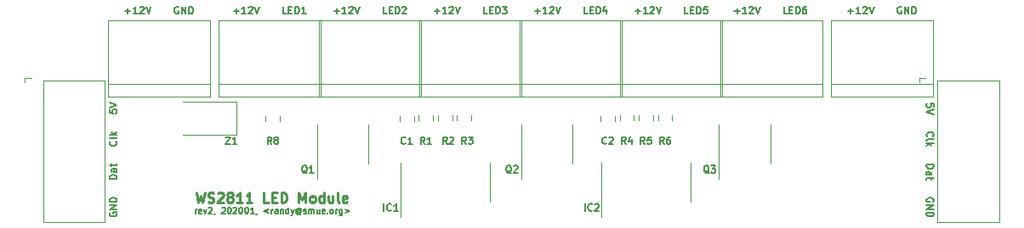
<source format=gbr>
G04 #@! TF.GenerationSoftware,KiCad,Pcbnew,(5.0.1-3-g963ef8bb5)*
G04 #@! TF.CreationDate,2020-01-09T21:08:13+01:00*
G04 #@! TF.ProjectId,WS2801_ledmodule_rev2,5753323830315F6C65646D6F64756C65,rev?*
G04 #@! TF.SameCoordinates,Original*
G04 #@! TF.FileFunction,Legend,Top*
G04 #@! TF.FilePolarity,Positive*
%FSLAX46Y46*%
G04 Gerber Fmt 4.6, Leading zero omitted, Abs format (unit mm)*
G04 Created by KiCad (PCBNEW (5.0.1-3-g963ef8bb5)) date Thursday, 09 January 2020 at 21:08:13*
%MOMM*%
%LPD*%
G01*
G04 APERTURE LIST*
%ADD10C,0.150000*%
%ADD11C,0.250000*%
%ADD12C,0.120000*%
G04 APERTURE END LIST*
D10*
X182167857Y-56468928D02*
X182167857Y-56068928D01*
X182167857Y-56183214D02*
X182196428Y-56126071D01*
X182225000Y-56097500D01*
X182282142Y-56068928D01*
X182339285Y-56068928D01*
X182767857Y-56440357D02*
X182710714Y-56468928D01*
X182596428Y-56468928D01*
X182539285Y-56440357D01*
X182510714Y-56383214D01*
X182510714Y-56154642D01*
X182539285Y-56097500D01*
X182596428Y-56068928D01*
X182710714Y-56068928D01*
X182767857Y-56097500D01*
X182796428Y-56154642D01*
X182796428Y-56211785D01*
X182510714Y-56268928D01*
X182996428Y-56068928D02*
X183139285Y-56468928D01*
X183282142Y-56068928D01*
X183482142Y-55926071D02*
X183510714Y-55897500D01*
X183567857Y-55868928D01*
X183710714Y-55868928D01*
X183767857Y-55897500D01*
X183796428Y-55926071D01*
X183825000Y-55983214D01*
X183825000Y-56040357D01*
X183796428Y-56126071D01*
X183453571Y-56468928D01*
X183825000Y-56468928D01*
X184110714Y-56440357D02*
X184110714Y-56468928D01*
X184082142Y-56526071D01*
X184053571Y-56554642D01*
X184796428Y-55926071D02*
X184825000Y-55897500D01*
X184882142Y-55868928D01*
X185025000Y-55868928D01*
X185082142Y-55897500D01*
X185110714Y-55926071D01*
X185139285Y-55983214D01*
X185139285Y-56040357D01*
X185110714Y-56126071D01*
X184767857Y-56468928D01*
X185139285Y-56468928D01*
X185510714Y-55868928D02*
X185567857Y-55868928D01*
X185625000Y-55897500D01*
X185653571Y-55926071D01*
X185682142Y-55983214D01*
X185710714Y-56097500D01*
X185710714Y-56240357D01*
X185682142Y-56354642D01*
X185653571Y-56411785D01*
X185625000Y-56440357D01*
X185567857Y-56468928D01*
X185510714Y-56468928D01*
X185453571Y-56440357D01*
X185425000Y-56411785D01*
X185396428Y-56354642D01*
X185367857Y-56240357D01*
X185367857Y-56097500D01*
X185396428Y-55983214D01*
X185425000Y-55926071D01*
X185453571Y-55897500D01*
X185510714Y-55868928D01*
X185939285Y-55926071D02*
X185967857Y-55897500D01*
X186025000Y-55868928D01*
X186167857Y-55868928D01*
X186225000Y-55897500D01*
X186253571Y-55926071D01*
X186282142Y-55983214D01*
X186282142Y-56040357D01*
X186253571Y-56126071D01*
X185910714Y-56468928D01*
X186282142Y-56468928D01*
X186653571Y-55868928D02*
X186710714Y-55868928D01*
X186767857Y-55897500D01*
X186796428Y-55926071D01*
X186825000Y-55983214D01*
X186853571Y-56097500D01*
X186853571Y-56240357D01*
X186825000Y-56354642D01*
X186796428Y-56411785D01*
X186767857Y-56440357D01*
X186710714Y-56468928D01*
X186653571Y-56468928D01*
X186596428Y-56440357D01*
X186567857Y-56411785D01*
X186539285Y-56354642D01*
X186510714Y-56240357D01*
X186510714Y-56097500D01*
X186539285Y-55983214D01*
X186567857Y-55926071D01*
X186596428Y-55897500D01*
X186653571Y-55868928D01*
X187225000Y-55868928D02*
X187282142Y-55868928D01*
X187339285Y-55897500D01*
X187367857Y-55926071D01*
X187396428Y-55983214D01*
X187425000Y-56097500D01*
X187425000Y-56240357D01*
X187396428Y-56354642D01*
X187367857Y-56411785D01*
X187339285Y-56440357D01*
X187282142Y-56468928D01*
X187225000Y-56468928D01*
X187167857Y-56440357D01*
X187139285Y-56411785D01*
X187110714Y-56354642D01*
X187082142Y-56240357D01*
X187082142Y-56097500D01*
X187110714Y-55983214D01*
X187139285Y-55926071D01*
X187167857Y-55897500D01*
X187225000Y-55868928D01*
X187996428Y-56468928D02*
X187653571Y-56468928D01*
X187825000Y-56468928D02*
X187825000Y-55868928D01*
X187767857Y-55954642D01*
X187710714Y-56011785D01*
X187653571Y-56040357D01*
X188282142Y-56440357D02*
X188282142Y-56468928D01*
X188253571Y-56526071D01*
X188225000Y-56554642D01*
X189453571Y-56068928D02*
X188996428Y-56240357D01*
X189453571Y-56411785D01*
X189739285Y-56468928D02*
X189739285Y-56068928D01*
X189739285Y-56183214D02*
X189767857Y-56126071D01*
X189796428Y-56097500D01*
X189853571Y-56068928D01*
X189910714Y-56068928D01*
X190367857Y-56468928D02*
X190367857Y-56154642D01*
X190339285Y-56097500D01*
X190282142Y-56068928D01*
X190167857Y-56068928D01*
X190110714Y-56097500D01*
X190367857Y-56440357D02*
X190310714Y-56468928D01*
X190167857Y-56468928D01*
X190110714Y-56440357D01*
X190082142Y-56383214D01*
X190082142Y-56326071D01*
X190110714Y-56268928D01*
X190167857Y-56240357D01*
X190310714Y-56240357D01*
X190367857Y-56211785D01*
X190653571Y-56068928D02*
X190653571Y-56468928D01*
X190653571Y-56126071D02*
X190682142Y-56097500D01*
X190739285Y-56068928D01*
X190825000Y-56068928D01*
X190882142Y-56097500D01*
X190910714Y-56154642D01*
X190910714Y-56468928D01*
X191453571Y-56468928D02*
X191453571Y-55868928D01*
X191453571Y-56440357D02*
X191396428Y-56468928D01*
X191282142Y-56468928D01*
X191225000Y-56440357D01*
X191196428Y-56411785D01*
X191167857Y-56354642D01*
X191167857Y-56183214D01*
X191196428Y-56126071D01*
X191225000Y-56097500D01*
X191282142Y-56068928D01*
X191396428Y-56068928D01*
X191453571Y-56097500D01*
X191682142Y-56068928D02*
X191825000Y-56468928D01*
X191967857Y-56068928D02*
X191825000Y-56468928D01*
X191767857Y-56611785D01*
X191739285Y-56640357D01*
X191682142Y-56668928D01*
X192567857Y-56183214D02*
X192539285Y-56154642D01*
X192482142Y-56126071D01*
X192425000Y-56126071D01*
X192367857Y-56154642D01*
X192339285Y-56183214D01*
X192310714Y-56240357D01*
X192310714Y-56297500D01*
X192339285Y-56354642D01*
X192367857Y-56383214D01*
X192425000Y-56411785D01*
X192482142Y-56411785D01*
X192539285Y-56383214D01*
X192567857Y-56354642D01*
X192567857Y-56126071D02*
X192567857Y-56354642D01*
X192596428Y-56383214D01*
X192625000Y-56383214D01*
X192682142Y-56354642D01*
X192710714Y-56297500D01*
X192710714Y-56154642D01*
X192653571Y-56068928D01*
X192567857Y-56011785D01*
X192453571Y-55983214D01*
X192339285Y-56011785D01*
X192253571Y-56068928D01*
X192196428Y-56154642D01*
X192167857Y-56268928D01*
X192196428Y-56383214D01*
X192253571Y-56468928D01*
X192339285Y-56526071D01*
X192453571Y-56554642D01*
X192567857Y-56526071D01*
X192653571Y-56468928D01*
X192939285Y-56440357D02*
X192996428Y-56468928D01*
X193110714Y-56468928D01*
X193167857Y-56440357D01*
X193196428Y-56383214D01*
X193196428Y-56354642D01*
X193167857Y-56297500D01*
X193110714Y-56268928D01*
X193025000Y-56268928D01*
X192967857Y-56240357D01*
X192939285Y-56183214D01*
X192939285Y-56154642D01*
X192967857Y-56097500D01*
X193025000Y-56068928D01*
X193110714Y-56068928D01*
X193167857Y-56097500D01*
X193453571Y-56468928D02*
X193453571Y-56068928D01*
X193453571Y-56126071D02*
X193482142Y-56097500D01*
X193539285Y-56068928D01*
X193625000Y-56068928D01*
X193682142Y-56097500D01*
X193710714Y-56154642D01*
X193710714Y-56468928D01*
X193710714Y-56154642D02*
X193739285Y-56097500D01*
X193796428Y-56068928D01*
X193882142Y-56068928D01*
X193939285Y-56097500D01*
X193967857Y-56154642D01*
X193967857Y-56468928D01*
X194510714Y-56068928D02*
X194510714Y-56468928D01*
X194253571Y-56068928D02*
X194253571Y-56383214D01*
X194282142Y-56440357D01*
X194339285Y-56468928D01*
X194425000Y-56468928D01*
X194482142Y-56440357D01*
X194510714Y-56411785D01*
X195025000Y-56440357D02*
X194967857Y-56468928D01*
X194853571Y-56468928D01*
X194796428Y-56440357D01*
X194767857Y-56383214D01*
X194767857Y-56154642D01*
X194796428Y-56097500D01*
X194853571Y-56068928D01*
X194967857Y-56068928D01*
X195025000Y-56097500D01*
X195053571Y-56154642D01*
X195053571Y-56211785D01*
X194767857Y-56268928D01*
X195310714Y-56411785D02*
X195339285Y-56440357D01*
X195310714Y-56468928D01*
X195282142Y-56440357D01*
X195310714Y-56411785D01*
X195310714Y-56468928D01*
X195682142Y-56468928D02*
X195625000Y-56440357D01*
X195596428Y-56411785D01*
X195567857Y-56354642D01*
X195567857Y-56183214D01*
X195596428Y-56126071D01*
X195625000Y-56097500D01*
X195682142Y-56068928D01*
X195767857Y-56068928D01*
X195825000Y-56097500D01*
X195853571Y-56126071D01*
X195882142Y-56183214D01*
X195882142Y-56354642D01*
X195853571Y-56411785D01*
X195825000Y-56440357D01*
X195767857Y-56468928D01*
X195682142Y-56468928D01*
X196139285Y-56468928D02*
X196139285Y-56068928D01*
X196139285Y-56183214D02*
X196167857Y-56126071D01*
X196196428Y-56097500D01*
X196253571Y-56068928D01*
X196310714Y-56068928D01*
X196767857Y-56068928D02*
X196767857Y-56554642D01*
X196739285Y-56611785D01*
X196710714Y-56640357D01*
X196653571Y-56668928D01*
X196567857Y-56668928D01*
X196510714Y-56640357D01*
X196767857Y-56440357D02*
X196710714Y-56468928D01*
X196596428Y-56468928D01*
X196539285Y-56440357D01*
X196510714Y-56411785D01*
X196482142Y-56354642D01*
X196482142Y-56183214D01*
X196510714Y-56126071D01*
X196539285Y-56097500D01*
X196596428Y-56068928D01*
X196710714Y-56068928D01*
X196767857Y-56097500D01*
X197053571Y-56068928D02*
X197510714Y-56240357D01*
X197053571Y-56411785D01*
D11*
X182232857Y-54379880D02*
X182470952Y-55379880D01*
X182661428Y-54665595D01*
X182851904Y-55379880D01*
X183090000Y-54379880D01*
X183423333Y-55332261D02*
X183566190Y-55379880D01*
X183804285Y-55379880D01*
X183899523Y-55332261D01*
X183947142Y-55284642D01*
X183994761Y-55189404D01*
X183994761Y-55094166D01*
X183947142Y-54998928D01*
X183899523Y-54951309D01*
X183804285Y-54903690D01*
X183613809Y-54856071D01*
X183518571Y-54808452D01*
X183470952Y-54760833D01*
X183423333Y-54665595D01*
X183423333Y-54570357D01*
X183470952Y-54475119D01*
X183518571Y-54427500D01*
X183613809Y-54379880D01*
X183851904Y-54379880D01*
X183994761Y-54427500D01*
X184375714Y-54475119D02*
X184423333Y-54427500D01*
X184518571Y-54379880D01*
X184756666Y-54379880D01*
X184851904Y-54427500D01*
X184899523Y-54475119D01*
X184947142Y-54570357D01*
X184947142Y-54665595D01*
X184899523Y-54808452D01*
X184328095Y-55379880D01*
X184947142Y-55379880D01*
X185518571Y-54808452D02*
X185423333Y-54760833D01*
X185375714Y-54713214D01*
X185328095Y-54617976D01*
X185328095Y-54570357D01*
X185375714Y-54475119D01*
X185423333Y-54427500D01*
X185518571Y-54379880D01*
X185709047Y-54379880D01*
X185804285Y-54427500D01*
X185851904Y-54475119D01*
X185899523Y-54570357D01*
X185899523Y-54617976D01*
X185851904Y-54713214D01*
X185804285Y-54760833D01*
X185709047Y-54808452D01*
X185518571Y-54808452D01*
X185423333Y-54856071D01*
X185375714Y-54903690D01*
X185328095Y-54998928D01*
X185328095Y-55189404D01*
X185375714Y-55284642D01*
X185423333Y-55332261D01*
X185518571Y-55379880D01*
X185709047Y-55379880D01*
X185804285Y-55332261D01*
X185851904Y-55284642D01*
X185899523Y-55189404D01*
X185899523Y-54998928D01*
X185851904Y-54903690D01*
X185804285Y-54856071D01*
X185709047Y-54808452D01*
X186851904Y-55379880D02*
X186280476Y-55379880D01*
X186566190Y-55379880D02*
X186566190Y-54379880D01*
X186470952Y-54522738D01*
X186375714Y-54617976D01*
X186280476Y-54665595D01*
X187804285Y-55379880D02*
X187232857Y-55379880D01*
X187518571Y-55379880D02*
X187518571Y-54379880D01*
X187423333Y-54522738D01*
X187328095Y-54617976D01*
X187232857Y-54665595D01*
X189470952Y-55379880D02*
X188994761Y-55379880D01*
X188994761Y-54379880D01*
X189804285Y-54856071D02*
X190137619Y-54856071D01*
X190280476Y-55379880D02*
X189804285Y-55379880D01*
X189804285Y-54379880D01*
X190280476Y-54379880D01*
X190709047Y-55379880D02*
X190709047Y-54379880D01*
X190947142Y-54379880D01*
X191090000Y-54427500D01*
X191185238Y-54522738D01*
X191232857Y-54617976D01*
X191280476Y-54808452D01*
X191280476Y-54951309D01*
X191232857Y-55141785D01*
X191185238Y-55237023D01*
X191090000Y-55332261D01*
X190947142Y-55379880D01*
X190709047Y-55379880D01*
X192470952Y-55379880D02*
X192470952Y-54379880D01*
X192804285Y-55094166D01*
X193137619Y-54379880D01*
X193137619Y-55379880D01*
X193756666Y-55379880D02*
X193661428Y-55332261D01*
X193613809Y-55284642D01*
X193566190Y-55189404D01*
X193566190Y-54903690D01*
X193613809Y-54808452D01*
X193661428Y-54760833D01*
X193756666Y-54713214D01*
X193899523Y-54713214D01*
X193994761Y-54760833D01*
X194042380Y-54808452D01*
X194090000Y-54903690D01*
X194090000Y-55189404D01*
X194042380Y-55284642D01*
X193994761Y-55332261D01*
X193899523Y-55379880D01*
X193756666Y-55379880D01*
X194947142Y-55379880D02*
X194947142Y-54379880D01*
X194947142Y-55332261D02*
X194851904Y-55379880D01*
X194661428Y-55379880D01*
X194566190Y-55332261D01*
X194518571Y-55284642D01*
X194470952Y-55189404D01*
X194470952Y-54903690D01*
X194518571Y-54808452D01*
X194566190Y-54760833D01*
X194661428Y-54713214D01*
X194851904Y-54713214D01*
X194947142Y-54760833D01*
X195851904Y-54713214D02*
X195851904Y-55379880D01*
X195423333Y-54713214D02*
X195423333Y-55237023D01*
X195470952Y-55332261D01*
X195566190Y-55379880D01*
X195709047Y-55379880D01*
X195804285Y-55332261D01*
X195851904Y-55284642D01*
X196470952Y-55379880D02*
X196375714Y-55332261D01*
X196328095Y-55237023D01*
X196328095Y-54379880D01*
X197232857Y-55332261D02*
X197137619Y-55379880D01*
X196947142Y-55379880D01*
X196851904Y-55332261D01*
X196804285Y-55237023D01*
X196804285Y-54856071D01*
X196851904Y-54760833D01*
X196947142Y-54713214D01*
X197137619Y-54713214D01*
X197232857Y-54760833D01*
X197280476Y-54856071D01*
X197280476Y-54951309D01*
X196804285Y-55046547D01*
D12*
G04 #@! TO.C,GND   Dat   Clk   5V*
X165200000Y-42950000D02*
X165200000Y-43350000D01*
X165840000Y-42950000D02*
X165200000Y-42950000D01*
X173160000Y-57310000D02*
X167002800Y-57319000D01*
X173149600Y-43196600D02*
X167000000Y-43190000D01*
X173160000Y-43190000D02*
X173160000Y-57310000D01*
X167000000Y-43190000D02*
X167000000Y-57310000D01*
G04 #@! TO.C,5V   Clk   Dat   GND*
X254200000Y-42950000D02*
X254200000Y-43350000D01*
X254840000Y-42950000D02*
X254200000Y-42950000D01*
X262160000Y-57310000D02*
X256002800Y-57319000D01*
X262149600Y-43196600D02*
X256000000Y-43190000D01*
X262160000Y-43190000D02*
X262160000Y-57310000D01*
X256000000Y-43190000D02*
X256000000Y-57310000D01*
G04 #@! TO.C,Q1*
X199410000Y-49530000D02*
X199410000Y-47580000D01*
X199410000Y-49530000D02*
X199410000Y-51480000D01*
X194290000Y-49530000D02*
X194290000Y-47580000D01*
X194290000Y-49530000D02*
X194290000Y-52980000D01*
G04 #@! TO.C,IC1*
X211445000Y-53340000D02*
X211445000Y-51390000D01*
X211445000Y-53340000D02*
X211445000Y-55290000D01*
X202575000Y-53340000D02*
X202575000Y-51390000D01*
X202575000Y-53340000D02*
X202575000Y-56790000D01*
G04 #@! TO.C,Q3*
X239415000Y-49530000D02*
X239415000Y-47580000D01*
X239415000Y-49530000D02*
X239415000Y-51480000D01*
X234295000Y-49530000D02*
X234295000Y-47580000D01*
X234295000Y-49530000D02*
X234295000Y-52980000D01*
G04 #@! TO.C,IC2*
X222577500Y-53340000D02*
X222577500Y-56790000D01*
X222577500Y-53340000D02*
X222577500Y-51390000D01*
X231447500Y-53340000D02*
X231447500Y-55290000D01*
X231447500Y-53340000D02*
X231447500Y-51390000D01*
G04 #@! TO.C,C1*
X202490000Y-47251252D02*
X202490000Y-46728748D01*
X203910000Y-47251252D02*
X203910000Y-46728748D01*
G04 #@! TO.C,Z1*
X186280000Y-48640000D02*
X186280000Y-45340000D01*
X186280000Y-45340000D02*
X180880000Y-45340000D01*
X186280000Y-48640000D02*
X180880000Y-48640000D01*
G04 #@! TO.C,+12V    LED3*
X204460000Y-44810000D02*
X214620000Y-44810000D01*
X204460000Y-37190000D02*
X204460000Y-44810000D01*
X214620000Y-37190000D02*
X204460000Y-37190000D01*
X214620000Y-44810000D02*
X214620000Y-37190000D01*
X214620000Y-43540000D02*
X204460000Y-43540000D01*
G04 #@! TO.C,+12V    LED2*
X204620000Y-43540000D02*
X194460000Y-43540000D01*
X204620000Y-44810000D02*
X204620000Y-37190000D01*
X204620000Y-37190000D02*
X194460000Y-37190000D01*
X194460000Y-37190000D02*
X194460000Y-44810000D01*
X194460000Y-44810000D02*
X204620000Y-44810000D01*
G04 #@! TO.C,R4*
X224397500Y-47178752D02*
X224397500Y-46656248D01*
X225817500Y-47178752D02*
X225817500Y-46656248D01*
G04 #@! TO.C,R5*
X227722500Y-47178752D02*
X227722500Y-46656248D01*
X226302500Y-47178752D02*
X226302500Y-46656248D01*
G04 #@! TO.C,R6*
X228207500Y-47178752D02*
X228207500Y-46656248D01*
X229627500Y-47178752D02*
X229627500Y-46656248D01*
G04 #@! TO.C,R3*
X209625000Y-47178752D02*
X209625000Y-46656248D01*
X208205000Y-47178752D02*
X208205000Y-46656248D01*
G04 #@! TO.C,R1*
X205815000Y-47178752D02*
X205815000Y-46656248D01*
X204395000Y-47178752D02*
X204395000Y-46656248D01*
G04 #@! TO.C,R2*
X206300000Y-47178752D02*
X206300000Y-46656248D01*
X207720000Y-47178752D02*
X207720000Y-46656248D01*
G04 #@! TO.C,C2*
X223912500Y-47251252D02*
X223912500Y-46728748D01*
X222492500Y-47251252D02*
X222492500Y-46728748D01*
G04 #@! TO.C,+12V    GND*
X183620000Y-43540000D02*
X173460000Y-43540000D01*
X183620000Y-44810000D02*
X183620000Y-37190000D01*
X183620000Y-37190000D02*
X173460000Y-37190000D01*
X173460000Y-37190000D02*
X173460000Y-44810000D01*
X173460000Y-44810000D02*
X183620000Y-44810000D01*
G04 #@! TO.C,+12V    LED1*
X184460000Y-44810000D02*
X194620000Y-44810000D01*
X184460000Y-37190000D02*
X184460000Y-44810000D01*
X194620000Y-37190000D02*
X184460000Y-37190000D01*
X194620000Y-44810000D02*
X194620000Y-37190000D01*
X194620000Y-43540000D02*
X184460000Y-43540000D01*
G04 #@! TO.C,+12V    LED4*
X224620000Y-43540000D02*
X214460000Y-43540000D01*
X224620000Y-44810000D02*
X224620000Y-37190000D01*
X224620000Y-37190000D02*
X214460000Y-37190000D01*
X214460000Y-37190000D02*
X214460000Y-44810000D01*
X214460000Y-44810000D02*
X224620000Y-44810000D01*
G04 #@! TO.C,+12V    LED5*
X224460000Y-44810000D02*
X234620000Y-44810000D01*
X224460000Y-37190000D02*
X224460000Y-44810000D01*
X234620000Y-37190000D02*
X224460000Y-37190000D01*
X234620000Y-44810000D02*
X234620000Y-37190000D01*
X234620000Y-43540000D02*
X224460000Y-43540000D01*
G04 #@! TO.C,+12V    LED6*
X244620000Y-43540000D02*
X234460000Y-43540000D01*
X244620000Y-44810000D02*
X244620000Y-37190000D01*
X244620000Y-37190000D02*
X234460000Y-37190000D01*
X234460000Y-37190000D02*
X234460000Y-44810000D01*
X234460000Y-44810000D02*
X244620000Y-44810000D01*
G04 #@! TO.C,+12V    GND*
X245460000Y-44810000D02*
X255620000Y-44810000D01*
X245460000Y-37190000D02*
X245460000Y-44810000D01*
X255620000Y-37190000D02*
X245460000Y-37190000D01*
X255620000Y-44810000D02*
X255620000Y-37190000D01*
X255620000Y-43540000D02*
X245460000Y-43540000D01*
G04 #@! TO.C,Q2*
X214610000Y-49530000D02*
X214610000Y-52980000D01*
X214610000Y-49530000D02*
X214610000Y-47580000D01*
X219730000Y-49530000D02*
X219730000Y-51480000D01*
X219730000Y-49530000D02*
X219730000Y-47580000D01*
G04 #@! TO.C,R8*
X189155000Y-47251252D02*
X189155000Y-46728748D01*
X190575000Y-47251252D02*
X190575000Y-46728748D01*
G04 #@! TO.C,GND   Dat   Clk   5V*
D10*
X173640000Y-56367500D02*
X173606666Y-56434166D01*
X173606666Y-56534166D01*
X173640000Y-56634166D01*
X173706666Y-56700833D01*
X173773333Y-56734166D01*
X173906666Y-56767500D01*
X174006666Y-56767500D01*
X174140000Y-56734166D01*
X174206666Y-56700833D01*
X174273333Y-56634166D01*
X174306666Y-56534166D01*
X174306666Y-56467500D01*
X174273333Y-56367500D01*
X174240000Y-56334166D01*
X174006666Y-56334166D01*
X174006666Y-56467500D01*
X174306666Y-56034166D02*
X173606666Y-56034166D01*
X174306666Y-55634166D01*
X173606666Y-55634166D01*
X174306666Y-55300833D02*
X173606666Y-55300833D01*
X173606666Y-55134166D01*
X173640000Y-55034166D01*
X173706666Y-54967500D01*
X173773333Y-54934166D01*
X173906666Y-54900833D01*
X174006666Y-54900833D01*
X174140000Y-54934166D01*
X174206666Y-54967500D01*
X174273333Y-55034166D01*
X174306666Y-55134166D01*
X174306666Y-55300833D01*
X174306666Y-53000833D02*
X173606666Y-53000833D01*
X173606666Y-52834166D01*
X173640000Y-52734166D01*
X173706666Y-52667500D01*
X173773333Y-52634166D01*
X173906666Y-52600833D01*
X174006666Y-52600833D01*
X174140000Y-52634166D01*
X174206666Y-52667500D01*
X174273333Y-52734166D01*
X174306666Y-52834166D01*
X174306666Y-53000833D01*
X174306666Y-52000833D02*
X173940000Y-52000833D01*
X173873333Y-52034166D01*
X173840000Y-52100833D01*
X173840000Y-52234166D01*
X173873333Y-52300833D01*
X174273333Y-52000833D02*
X174306666Y-52067500D01*
X174306666Y-52234166D01*
X174273333Y-52300833D01*
X174206666Y-52334166D01*
X174140000Y-52334166D01*
X174073333Y-52300833D01*
X174040000Y-52234166D01*
X174040000Y-52067500D01*
X174006666Y-52000833D01*
X173840000Y-51767500D02*
X173840000Y-51500833D01*
X173606666Y-51667500D02*
X174206666Y-51667500D01*
X174273333Y-51634166D01*
X174306666Y-51567500D01*
X174306666Y-51500833D01*
X174240000Y-49267500D02*
X174273333Y-49300833D01*
X174306666Y-49400833D01*
X174306666Y-49467500D01*
X174273333Y-49567500D01*
X174206666Y-49634166D01*
X174140000Y-49667500D01*
X174006666Y-49700833D01*
X173906666Y-49700833D01*
X173773333Y-49667500D01*
X173706666Y-49634166D01*
X173640000Y-49567500D01*
X173606666Y-49467500D01*
X173606666Y-49400833D01*
X173640000Y-49300833D01*
X173673333Y-49267500D01*
X174306666Y-48867500D02*
X174273333Y-48934166D01*
X174206666Y-48967500D01*
X173606666Y-48967500D01*
X174306666Y-48600833D02*
X173606666Y-48600833D01*
X174040000Y-48534166D02*
X174306666Y-48334166D01*
X173840000Y-48334166D02*
X174106666Y-48600833D01*
X173606666Y-46100833D02*
X173606666Y-46434166D01*
X173940000Y-46467500D01*
X173906666Y-46434166D01*
X173873333Y-46367500D01*
X173873333Y-46200833D01*
X173906666Y-46134166D01*
X173940000Y-46100833D01*
X174006666Y-46067500D01*
X174173333Y-46067500D01*
X174240000Y-46100833D01*
X174273333Y-46134166D01*
X174306666Y-46200833D01*
X174306666Y-46367500D01*
X174273333Y-46434166D01*
X174240000Y-46467500D01*
X173606666Y-45867500D02*
X174306666Y-45634166D01*
X173606666Y-45400833D01*
G04 #@! TO.C,5V   Clk   Dat   GND*
X255653333Y-45834166D02*
X255653333Y-45500833D01*
X255320000Y-45467500D01*
X255353333Y-45500833D01*
X255386666Y-45567500D01*
X255386666Y-45734166D01*
X255353333Y-45800833D01*
X255320000Y-45834166D01*
X255253333Y-45867500D01*
X255086666Y-45867500D01*
X255020000Y-45834166D01*
X254986666Y-45800833D01*
X254953333Y-45734166D01*
X254953333Y-45567500D01*
X254986666Y-45500833D01*
X255020000Y-45467500D01*
X255653333Y-46067500D02*
X254953333Y-46300833D01*
X255653333Y-46534166D01*
X255020000Y-48767500D02*
X254986666Y-48734166D01*
X254953333Y-48634166D01*
X254953333Y-48567500D01*
X254986666Y-48467500D01*
X255053333Y-48400833D01*
X255120000Y-48367500D01*
X255253333Y-48334166D01*
X255353333Y-48334166D01*
X255486666Y-48367500D01*
X255553333Y-48400833D01*
X255620000Y-48467500D01*
X255653333Y-48567500D01*
X255653333Y-48634166D01*
X255620000Y-48734166D01*
X255586666Y-48767500D01*
X254953333Y-49167500D02*
X254986666Y-49100833D01*
X255053333Y-49067500D01*
X255653333Y-49067500D01*
X254953333Y-49434166D02*
X255653333Y-49434166D01*
X255220000Y-49500833D02*
X254953333Y-49700833D01*
X255420000Y-49700833D02*
X255153333Y-49434166D01*
X254953333Y-51600833D02*
X255653333Y-51600833D01*
X255653333Y-51767500D01*
X255620000Y-51867500D01*
X255553333Y-51934166D01*
X255486666Y-51967500D01*
X255353333Y-52000833D01*
X255253333Y-52000833D01*
X255120000Y-51967500D01*
X255053333Y-51934166D01*
X254986666Y-51867500D01*
X254953333Y-51767500D01*
X254953333Y-51600833D01*
X254953333Y-52600833D02*
X255320000Y-52600833D01*
X255386666Y-52567500D01*
X255420000Y-52500833D01*
X255420000Y-52367500D01*
X255386666Y-52300833D01*
X254986666Y-52600833D02*
X254953333Y-52534166D01*
X254953333Y-52367500D01*
X254986666Y-52300833D01*
X255053333Y-52267500D01*
X255120000Y-52267500D01*
X255186666Y-52300833D01*
X255220000Y-52367500D01*
X255220000Y-52534166D01*
X255253333Y-52600833D01*
X255420000Y-52834166D02*
X255420000Y-53100833D01*
X255653333Y-52934166D02*
X255053333Y-52934166D01*
X254986666Y-52967500D01*
X254953333Y-53034166D01*
X254953333Y-53100833D01*
X255620000Y-55300833D02*
X255653333Y-55234166D01*
X255653333Y-55134166D01*
X255620000Y-55034166D01*
X255553333Y-54967500D01*
X255486666Y-54934166D01*
X255353333Y-54900833D01*
X255253333Y-54900833D01*
X255120000Y-54934166D01*
X255053333Y-54967500D01*
X254986666Y-55034166D01*
X254953333Y-55134166D01*
X254953333Y-55200833D01*
X254986666Y-55300833D01*
X255020000Y-55334166D01*
X255253333Y-55334166D01*
X255253333Y-55200833D01*
X254953333Y-55634166D02*
X255653333Y-55634166D01*
X254953333Y-56034166D01*
X255653333Y-56034166D01*
X254953333Y-56367500D02*
X255653333Y-56367500D01*
X255653333Y-56534166D01*
X255620000Y-56634166D01*
X255553333Y-56700833D01*
X255486666Y-56734166D01*
X255353333Y-56767500D01*
X255253333Y-56767500D01*
X255120000Y-56734166D01*
X255053333Y-56700833D01*
X254986666Y-56634166D01*
X254953333Y-56534166D01*
X254953333Y-56367500D01*
G04 #@! TO.C,Q1*
X193290833Y-52453333D02*
X193224166Y-52420000D01*
X193157500Y-52353333D01*
X193057500Y-52253333D01*
X192990833Y-52220000D01*
X192924166Y-52220000D01*
X192957500Y-52386666D02*
X192890833Y-52353333D01*
X192824166Y-52286666D01*
X192790833Y-52153333D01*
X192790833Y-51920000D01*
X192824166Y-51786666D01*
X192890833Y-51720000D01*
X192957500Y-51686666D01*
X193090833Y-51686666D01*
X193157500Y-51720000D01*
X193224166Y-51786666D01*
X193257500Y-51920000D01*
X193257500Y-52153333D01*
X193224166Y-52286666D01*
X193157500Y-52353333D01*
X193090833Y-52386666D01*
X192957500Y-52386666D01*
X193924166Y-52386666D02*
X193524166Y-52386666D01*
X193724166Y-52386666D02*
X193724166Y-51686666D01*
X193657500Y-51786666D01*
X193590833Y-51853333D01*
X193524166Y-51886666D01*
G04 #@! TO.C,IC1*
X200929166Y-56196666D02*
X200929166Y-55496666D01*
X201662500Y-56130000D02*
X201629166Y-56163333D01*
X201529166Y-56196666D01*
X201462500Y-56196666D01*
X201362500Y-56163333D01*
X201295833Y-56096666D01*
X201262500Y-56030000D01*
X201229166Y-55896666D01*
X201229166Y-55796666D01*
X201262500Y-55663333D01*
X201295833Y-55596666D01*
X201362500Y-55530000D01*
X201462500Y-55496666D01*
X201529166Y-55496666D01*
X201629166Y-55530000D01*
X201662500Y-55563333D01*
X202329166Y-56196666D02*
X201929166Y-56196666D01*
X202129166Y-56196666D02*
X202129166Y-55496666D01*
X202062500Y-55596666D01*
X201995833Y-55663333D01*
X201929166Y-55696666D01*
G04 #@! TO.C,Q3*
X233295833Y-52453333D02*
X233229166Y-52420000D01*
X233162500Y-52353333D01*
X233062500Y-52253333D01*
X232995833Y-52220000D01*
X232929166Y-52220000D01*
X232962500Y-52386666D02*
X232895833Y-52353333D01*
X232829166Y-52286666D01*
X232795833Y-52153333D01*
X232795833Y-51920000D01*
X232829166Y-51786666D01*
X232895833Y-51720000D01*
X232962500Y-51686666D01*
X233095833Y-51686666D01*
X233162500Y-51720000D01*
X233229166Y-51786666D01*
X233262500Y-51920000D01*
X233262500Y-52153333D01*
X233229166Y-52286666D01*
X233162500Y-52353333D01*
X233095833Y-52386666D01*
X232962500Y-52386666D01*
X233495833Y-51686666D02*
X233929166Y-51686666D01*
X233695833Y-51953333D01*
X233795833Y-51953333D01*
X233862500Y-51986666D01*
X233895833Y-52020000D01*
X233929166Y-52086666D01*
X233929166Y-52253333D01*
X233895833Y-52320000D01*
X233862500Y-52353333D01*
X233795833Y-52386666D01*
X233595833Y-52386666D01*
X233529166Y-52353333D01*
X233495833Y-52320000D01*
G04 #@! TO.C,IC2*
X220931666Y-56196666D02*
X220931666Y-55496666D01*
X221665000Y-56130000D02*
X221631666Y-56163333D01*
X221531666Y-56196666D01*
X221465000Y-56196666D01*
X221365000Y-56163333D01*
X221298333Y-56096666D01*
X221265000Y-56030000D01*
X221231666Y-55896666D01*
X221231666Y-55796666D01*
X221265000Y-55663333D01*
X221298333Y-55596666D01*
X221365000Y-55530000D01*
X221465000Y-55496666D01*
X221531666Y-55496666D01*
X221631666Y-55530000D01*
X221665000Y-55563333D01*
X221931666Y-55563333D02*
X221965000Y-55530000D01*
X222031666Y-55496666D01*
X222198333Y-55496666D01*
X222265000Y-55530000D01*
X222298333Y-55563333D01*
X222331666Y-55630000D01*
X222331666Y-55696666D01*
X222298333Y-55796666D01*
X221898333Y-56196666D01*
X222331666Y-56196666D01*
G04 #@! TO.C,C1*
X203083333Y-49462500D02*
X203050000Y-49495833D01*
X202950000Y-49529166D01*
X202883333Y-49529166D01*
X202783333Y-49495833D01*
X202716666Y-49429166D01*
X202683333Y-49362500D01*
X202650000Y-49229166D01*
X202650000Y-49129166D01*
X202683333Y-48995833D01*
X202716666Y-48929166D01*
X202783333Y-48862500D01*
X202883333Y-48829166D01*
X202950000Y-48829166D01*
X203050000Y-48862500D01*
X203083333Y-48895833D01*
X203750000Y-49529166D02*
X203350000Y-49529166D01*
X203550000Y-49529166D02*
X203550000Y-48829166D01*
X203483333Y-48929166D01*
X203416666Y-48995833D01*
X203350000Y-49029166D01*
G04 #@! TO.C,Z1*
X185170833Y-48829166D02*
X185637500Y-48829166D01*
X185170833Y-49529166D01*
X185637500Y-49529166D01*
X186270833Y-49529166D02*
X185870833Y-49529166D01*
X186070833Y-49529166D02*
X186070833Y-48829166D01*
X186004166Y-48929166D01*
X185937500Y-48995833D01*
X185870833Y-49029166D01*
G04 #@! TO.C,+12V    LED3*
X205956666Y-36245000D02*
X206490000Y-36245000D01*
X206223333Y-36511666D02*
X206223333Y-35978333D01*
X207190000Y-36511666D02*
X206790000Y-36511666D01*
X206990000Y-36511666D02*
X206990000Y-35811666D01*
X206923333Y-35911666D01*
X206856666Y-35978333D01*
X206790000Y-36011666D01*
X207456666Y-35878333D02*
X207490000Y-35845000D01*
X207556666Y-35811666D01*
X207723333Y-35811666D01*
X207790000Y-35845000D01*
X207823333Y-35878333D01*
X207856666Y-35945000D01*
X207856666Y-36011666D01*
X207823333Y-36111666D01*
X207423333Y-36511666D01*
X207856666Y-36511666D01*
X208056666Y-35811666D02*
X208290000Y-36511666D01*
X208523333Y-35811666D01*
X211223333Y-36511666D02*
X210890000Y-36511666D01*
X210890000Y-35811666D01*
X211456666Y-36145000D02*
X211690000Y-36145000D01*
X211790000Y-36511666D02*
X211456666Y-36511666D01*
X211456666Y-35811666D01*
X211790000Y-35811666D01*
X212090000Y-36511666D02*
X212090000Y-35811666D01*
X212256666Y-35811666D01*
X212356666Y-35845000D01*
X212423333Y-35911666D01*
X212456666Y-35978333D01*
X212490000Y-36111666D01*
X212490000Y-36211666D01*
X212456666Y-36345000D01*
X212423333Y-36411666D01*
X212356666Y-36478333D01*
X212256666Y-36511666D01*
X212090000Y-36511666D01*
X212723333Y-35811666D02*
X213156666Y-35811666D01*
X212923333Y-36078333D01*
X213023333Y-36078333D01*
X213090000Y-36111666D01*
X213123333Y-36145000D01*
X213156666Y-36211666D01*
X213156666Y-36378333D01*
X213123333Y-36445000D01*
X213090000Y-36478333D01*
X213023333Y-36511666D01*
X212823333Y-36511666D01*
X212756666Y-36478333D01*
X212723333Y-36445000D01*
G04 #@! TO.C,+12V    LED2*
X195956666Y-36245000D02*
X196490000Y-36245000D01*
X196223333Y-36511666D02*
X196223333Y-35978333D01*
X197190000Y-36511666D02*
X196790000Y-36511666D01*
X196990000Y-36511666D02*
X196990000Y-35811666D01*
X196923333Y-35911666D01*
X196856666Y-35978333D01*
X196790000Y-36011666D01*
X197456666Y-35878333D02*
X197490000Y-35845000D01*
X197556666Y-35811666D01*
X197723333Y-35811666D01*
X197790000Y-35845000D01*
X197823333Y-35878333D01*
X197856666Y-35945000D01*
X197856666Y-36011666D01*
X197823333Y-36111666D01*
X197423333Y-36511666D01*
X197856666Y-36511666D01*
X198056666Y-35811666D02*
X198290000Y-36511666D01*
X198523333Y-35811666D01*
X201223333Y-36511666D02*
X200890000Y-36511666D01*
X200890000Y-35811666D01*
X201456666Y-36145000D02*
X201690000Y-36145000D01*
X201790000Y-36511666D02*
X201456666Y-36511666D01*
X201456666Y-35811666D01*
X201790000Y-35811666D01*
X202090000Y-36511666D02*
X202090000Y-35811666D01*
X202256666Y-35811666D01*
X202356666Y-35845000D01*
X202423333Y-35911666D01*
X202456666Y-35978333D01*
X202490000Y-36111666D01*
X202490000Y-36211666D01*
X202456666Y-36345000D01*
X202423333Y-36411666D01*
X202356666Y-36478333D01*
X202256666Y-36511666D01*
X202090000Y-36511666D01*
X202756666Y-35878333D02*
X202790000Y-35845000D01*
X202856666Y-35811666D01*
X203023333Y-35811666D01*
X203090000Y-35845000D01*
X203123333Y-35878333D01*
X203156666Y-35945000D01*
X203156666Y-36011666D01*
X203123333Y-36111666D01*
X202723333Y-36511666D01*
X203156666Y-36511666D01*
G04 #@! TO.C,R4*
X224990833Y-49529166D02*
X224757500Y-49195833D01*
X224590833Y-49529166D02*
X224590833Y-48829166D01*
X224857500Y-48829166D01*
X224924166Y-48862500D01*
X224957500Y-48895833D01*
X224990833Y-48962500D01*
X224990833Y-49062500D01*
X224957500Y-49129166D01*
X224924166Y-49162500D01*
X224857500Y-49195833D01*
X224590833Y-49195833D01*
X225590833Y-49062500D02*
X225590833Y-49529166D01*
X225424166Y-48795833D02*
X225257500Y-49295833D01*
X225690833Y-49295833D01*
G04 #@! TO.C,R5*
X226895833Y-49529166D02*
X226662500Y-49195833D01*
X226495833Y-49529166D02*
X226495833Y-48829166D01*
X226762500Y-48829166D01*
X226829166Y-48862500D01*
X226862500Y-48895833D01*
X226895833Y-48962500D01*
X226895833Y-49062500D01*
X226862500Y-49129166D01*
X226829166Y-49162500D01*
X226762500Y-49195833D01*
X226495833Y-49195833D01*
X227529166Y-48829166D02*
X227195833Y-48829166D01*
X227162500Y-49162500D01*
X227195833Y-49129166D01*
X227262500Y-49095833D01*
X227429166Y-49095833D01*
X227495833Y-49129166D01*
X227529166Y-49162500D01*
X227562500Y-49229166D01*
X227562500Y-49395833D01*
X227529166Y-49462500D01*
X227495833Y-49495833D01*
X227429166Y-49529166D01*
X227262500Y-49529166D01*
X227195833Y-49495833D01*
X227162500Y-49462500D01*
G04 #@! TO.C,R6*
X228800833Y-49529166D02*
X228567500Y-49195833D01*
X228400833Y-49529166D02*
X228400833Y-48829166D01*
X228667500Y-48829166D01*
X228734166Y-48862500D01*
X228767500Y-48895833D01*
X228800833Y-48962500D01*
X228800833Y-49062500D01*
X228767500Y-49129166D01*
X228734166Y-49162500D01*
X228667500Y-49195833D01*
X228400833Y-49195833D01*
X229400833Y-48829166D02*
X229267500Y-48829166D01*
X229200833Y-48862500D01*
X229167500Y-48895833D01*
X229100833Y-48995833D01*
X229067500Y-49129166D01*
X229067500Y-49395833D01*
X229100833Y-49462500D01*
X229134166Y-49495833D01*
X229200833Y-49529166D01*
X229334166Y-49529166D01*
X229400833Y-49495833D01*
X229434166Y-49462500D01*
X229467500Y-49395833D01*
X229467500Y-49229166D01*
X229434166Y-49162500D01*
X229400833Y-49129166D01*
X229334166Y-49095833D01*
X229200833Y-49095833D01*
X229134166Y-49129166D01*
X229100833Y-49162500D01*
X229067500Y-49229166D01*
G04 #@! TO.C,R3*
X209115833Y-49529166D02*
X208882500Y-49195833D01*
X208715833Y-49529166D02*
X208715833Y-48829166D01*
X208982500Y-48829166D01*
X209049166Y-48862500D01*
X209082500Y-48895833D01*
X209115833Y-48962500D01*
X209115833Y-49062500D01*
X209082500Y-49129166D01*
X209049166Y-49162500D01*
X208982500Y-49195833D01*
X208715833Y-49195833D01*
X209349166Y-48829166D02*
X209782500Y-48829166D01*
X209549166Y-49095833D01*
X209649166Y-49095833D01*
X209715833Y-49129166D01*
X209749166Y-49162500D01*
X209782500Y-49229166D01*
X209782500Y-49395833D01*
X209749166Y-49462500D01*
X209715833Y-49495833D01*
X209649166Y-49529166D01*
X209449166Y-49529166D01*
X209382500Y-49495833D01*
X209349166Y-49462500D01*
G04 #@! TO.C,R1*
X204988333Y-49529166D02*
X204755000Y-49195833D01*
X204588333Y-49529166D02*
X204588333Y-48829166D01*
X204855000Y-48829166D01*
X204921666Y-48862500D01*
X204955000Y-48895833D01*
X204988333Y-48962500D01*
X204988333Y-49062500D01*
X204955000Y-49129166D01*
X204921666Y-49162500D01*
X204855000Y-49195833D01*
X204588333Y-49195833D01*
X205655000Y-49529166D02*
X205255000Y-49529166D01*
X205455000Y-49529166D02*
X205455000Y-48829166D01*
X205388333Y-48929166D01*
X205321666Y-48995833D01*
X205255000Y-49029166D01*
G04 #@! TO.C,R2*
X207210833Y-49529166D02*
X206977500Y-49195833D01*
X206810833Y-49529166D02*
X206810833Y-48829166D01*
X207077500Y-48829166D01*
X207144166Y-48862500D01*
X207177500Y-48895833D01*
X207210833Y-48962500D01*
X207210833Y-49062500D01*
X207177500Y-49129166D01*
X207144166Y-49162500D01*
X207077500Y-49195833D01*
X206810833Y-49195833D01*
X207477500Y-48895833D02*
X207510833Y-48862500D01*
X207577500Y-48829166D01*
X207744166Y-48829166D01*
X207810833Y-48862500D01*
X207844166Y-48895833D01*
X207877500Y-48962500D01*
X207877500Y-49029166D01*
X207844166Y-49129166D01*
X207444166Y-49529166D01*
X207877500Y-49529166D01*
G04 #@! TO.C,C2*
X223085833Y-49462500D02*
X223052500Y-49495833D01*
X222952500Y-49529166D01*
X222885833Y-49529166D01*
X222785833Y-49495833D01*
X222719166Y-49429166D01*
X222685833Y-49362500D01*
X222652500Y-49229166D01*
X222652500Y-49129166D01*
X222685833Y-48995833D01*
X222719166Y-48929166D01*
X222785833Y-48862500D01*
X222885833Y-48829166D01*
X222952500Y-48829166D01*
X223052500Y-48862500D01*
X223085833Y-48895833D01*
X223352500Y-48895833D02*
X223385833Y-48862500D01*
X223452500Y-48829166D01*
X223619166Y-48829166D01*
X223685833Y-48862500D01*
X223719166Y-48895833D01*
X223752500Y-48962500D01*
X223752500Y-49029166D01*
X223719166Y-49129166D01*
X223319166Y-49529166D01*
X223752500Y-49529166D01*
G04 #@! TO.C,*
G04 #@! TO.C,+12V    GND*
X175173333Y-36245000D02*
X175706666Y-36245000D01*
X175440000Y-36511666D02*
X175440000Y-35978333D01*
X176406666Y-36511666D02*
X176006666Y-36511666D01*
X176206666Y-36511666D02*
X176206666Y-35811666D01*
X176140000Y-35911666D01*
X176073333Y-35978333D01*
X176006666Y-36011666D01*
X176673333Y-35878333D02*
X176706666Y-35845000D01*
X176773333Y-35811666D01*
X176940000Y-35811666D01*
X177006666Y-35845000D01*
X177040000Y-35878333D01*
X177073333Y-35945000D01*
X177073333Y-36011666D01*
X177040000Y-36111666D01*
X176640000Y-36511666D01*
X177073333Y-36511666D01*
X177273333Y-35811666D02*
X177506666Y-36511666D01*
X177740000Y-35811666D01*
X180473333Y-35845000D02*
X180406666Y-35811666D01*
X180306666Y-35811666D01*
X180206666Y-35845000D01*
X180140000Y-35911666D01*
X180106666Y-35978333D01*
X180073333Y-36111666D01*
X180073333Y-36211666D01*
X180106666Y-36345000D01*
X180140000Y-36411666D01*
X180206666Y-36478333D01*
X180306666Y-36511666D01*
X180373333Y-36511666D01*
X180473333Y-36478333D01*
X180506666Y-36445000D01*
X180506666Y-36211666D01*
X180373333Y-36211666D01*
X180806666Y-36511666D02*
X180806666Y-35811666D01*
X181206666Y-36511666D01*
X181206666Y-35811666D01*
X181540000Y-36511666D02*
X181540000Y-35811666D01*
X181706666Y-35811666D01*
X181806666Y-35845000D01*
X181873333Y-35911666D01*
X181906666Y-35978333D01*
X181940000Y-36111666D01*
X181940000Y-36211666D01*
X181906666Y-36345000D01*
X181873333Y-36411666D01*
X181806666Y-36478333D01*
X181706666Y-36511666D01*
X181540000Y-36511666D01*
G04 #@! TO.C,+12V    LED1*
X185956666Y-36245000D02*
X186490000Y-36245000D01*
X186223333Y-36511666D02*
X186223333Y-35978333D01*
X187190000Y-36511666D02*
X186790000Y-36511666D01*
X186990000Y-36511666D02*
X186990000Y-35811666D01*
X186923333Y-35911666D01*
X186856666Y-35978333D01*
X186790000Y-36011666D01*
X187456666Y-35878333D02*
X187490000Y-35845000D01*
X187556666Y-35811666D01*
X187723333Y-35811666D01*
X187790000Y-35845000D01*
X187823333Y-35878333D01*
X187856666Y-35945000D01*
X187856666Y-36011666D01*
X187823333Y-36111666D01*
X187423333Y-36511666D01*
X187856666Y-36511666D01*
X188056666Y-35811666D02*
X188290000Y-36511666D01*
X188523333Y-35811666D01*
X191223333Y-36511666D02*
X190890000Y-36511666D01*
X190890000Y-35811666D01*
X191456666Y-36145000D02*
X191690000Y-36145000D01*
X191790000Y-36511666D02*
X191456666Y-36511666D01*
X191456666Y-35811666D01*
X191790000Y-35811666D01*
X192090000Y-36511666D02*
X192090000Y-35811666D01*
X192256666Y-35811666D01*
X192356666Y-35845000D01*
X192423333Y-35911666D01*
X192456666Y-35978333D01*
X192490000Y-36111666D01*
X192490000Y-36211666D01*
X192456666Y-36345000D01*
X192423333Y-36411666D01*
X192356666Y-36478333D01*
X192256666Y-36511666D01*
X192090000Y-36511666D01*
X193156666Y-36511666D02*
X192756666Y-36511666D01*
X192956666Y-36511666D02*
X192956666Y-35811666D01*
X192890000Y-35911666D01*
X192823333Y-35978333D01*
X192756666Y-36011666D01*
G04 #@! TO.C,+12V    LED4*
X215956666Y-36245000D02*
X216490000Y-36245000D01*
X216223333Y-36511666D02*
X216223333Y-35978333D01*
X217190000Y-36511666D02*
X216790000Y-36511666D01*
X216990000Y-36511666D02*
X216990000Y-35811666D01*
X216923333Y-35911666D01*
X216856666Y-35978333D01*
X216790000Y-36011666D01*
X217456666Y-35878333D02*
X217490000Y-35845000D01*
X217556666Y-35811666D01*
X217723333Y-35811666D01*
X217790000Y-35845000D01*
X217823333Y-35878333D01*
X217856666Y-35945000D01*
X217856666Y-36011666D01*
X217823333Y-36111666D01*
X217423333Y-36511666D01*
X217856666Y-36511666D01*
X218056666Y-35811666D02*
X218290000Y-36511666D01*
X218523333Y-35811666D01*
X221223333Y-36511666D02*
X220890000Y-36511666D01*
X220890000Y-35811666D01*
X221456666Y-36145000D02*
X221690000Y-36145000D01*
X221790000Y-36511666D02*
X221456666Y-36511666D01*
X221456666Y-35811666D01*
X221790000Y-35811666D01*
X222090000Y-36511666D02*
X222090000Y-35811666D01*
X222256666Y-35811666D01*
X222356666Y-35845000D01*
X222423333Y-35911666D01*
X222456666Y-35978333D01*
X222490000Y-36111666D01*
X222490000Y-36211666D01*
X222456666Y-36345000D01*
X222423333Y-36411666D01*
X222356666Y-36478333D01*
X222256666Y-36511666D01*
X222090000Y-36511666D01*
X223090000Y-36045000D02*
X223090000Y-36511666D01*
X222923333Y-35778333D02*
X222756666Y-36278333D01*
X223190000Y-36278333D01*
G04 #@! TO.C,+12V    LED5*
X225956666Y-36245000D02*
X226490000Y-36245000D01*
X226223333Y-36511666D02*
X226223333Y-35978333D01*
X227190000Y-36511666D02*
X226790000Y-36511666D01*
X226990000Y-36511666D02*
X226990000Y-35811666D01*
X226923333Y-35911666D01*
X226856666Y-35978333D01*
X226790000Y-36011666D01*
X227456666Y-35878333D02*
X227490000Y-35845000D01*
X227556666Y-35811666D01*
X227723333Y-35811666D01*
X227790000Y-35845000D01*
X227823333Y-35878333D01*
X227856666Y-35945000D01*
X227856666Y-36011666D01*
X227823333Y-36111666D01*
X227423333Y-36511666D01*
X227856666Y-36511666D01*
X228056666Y-35811666D02*
X228290000Y-36511666D01*
X228523333Y-35811666D01*
X231223333Y-36511666D02*
X230890000Y-36511666D01*
X230890000Y-35811666D01*
X231456666Y-36145000D02*
X231690000Y-36145000D01*
X231790000Y-36511666D02*
X231456666Y-36511666D01*
X231456666Y-35811666D01*
X231790000Y-35811666D01*
X232090000Y-36511666D02*
X232090000Y-35811666D01*
X232256666Y-35811666D01*
X232356666Y-35845000D01*
X232423333Y-35911666D01*
X232456666Y-35978333D01*
X232490000Y-36111666D01*
X232490000Y-36211666D01*
X232456666Y-36345000D01*
X232423333Y-36411666D01*
X232356666Y-36478333D01*
X232256666Y-36511666D01*
X232090000Y-36511666D01*
X233123333Y-35811666D02*
X232790000Y-35811666D01*
X232756666Y-36145000D01*
X232790000Y-36111666D01*
X232856666Y-36078333D01*
X233023333Y-36078333D01*
X233090000Y-36111666D01*
X233123333Y-36145000D01*
X233156666Y-36211666D01*
X233156666Y-36378333D01*
X233123333Y-36445000D01*
X233090000Y-36478333D01*
X233023333Y-36511666D01*
X232856666Y-36511666D01*
X232790000Y-36478333D01*
X232756666Y-36445000D01*
G04 #@! TO.C,+12V    LED6*
X235811666Y-36245000D02*
X236345000Y-36245000D01*
X236078333Y-36511666D02*
X236078333Y-35978333D01*
X237045000Y-36511666D02*
X236645000Y-36511666D01*
X236845000Y-36511666D02*
X236845000Y-35811666D01*
X236778333Y-35911666D01*
X236711666Y-35978333D01*
X236645000Y-36011666D01*
X237311666Y-35878333D02*
X237345000Y-35845000D01*
X237411666Y-35811666D01*
X237578333Y-35811666D01*
X237645000Y-35845000D01*
X237678333Y-35878333D01*
X237711666Y-35945000D01*
X237711666Y-36011666D01*
X237678333Y-36111666D01*
X237278333Y-36511666D01*
X237711666Y-36511666D01*
X237911666Y-35811666D02*
X238145000Y-36511666D01*
X238378333Y-35811666D01*
X241078333Y-36511666D02*
X240745000Y-36511666D01*
X240745000Y-35811666D01*
X241311666Y-36145000D02*
X241545000Y-36145000D01*
X241645000Y-36511666D02*
X241311666Y-36511666D01*
X241311666Y-35811666D01*
X241645000Y-35811666D01*
X241945000Y-36511666D02*
X241945000Y-35811666D01*
X242111666Y-35811666D01*
X242211666Y-35845000D01*
X242278333Y-35911666D01*
X242311666Y-35978333D01*
X242345000Y-36111666D01*
X242345000Y-36211666D01*
X242311666Y-36345000D01*
X242278333Y-36411666D01*
X242211666Y-36478333D01*
X242111666Y-36511666D01*
X241945000Y-36511666D01*
X242945000Y-35811666D02*
X242811666Y-35811666D01*
X242745000Y-35845000D01*
X242711666Y-35878333D01*
X242645000Y-35978333D01*
X242611666Y-36111666D01*
X242611666Y-36378333D01*
X242645000Y-36445000D01*
X242678333Y-36478333D01*
X242745000Y-36511666D01*
X242878333Y-36511666D01*
X242945000Y-36478333D01*
X242978333Y-36445000D01*
X243011666Y-36378333D01*
X243011666Y-36211666D01*
X242978333Y-36145000D01*
X242945000Y-36111666D01*
X242878333Y-36078333D01*
X242745000Y-36078333D01*
X242678333Y-36111666D01*
X242645000Y-36145000D01*
X242611666Y-36211666D01*
G04 #@! TO.C,+12V    GND*
X247140833Y-36245000D02*
X247674166Y-36245000D01*
X247407500Y-36511666D02*
X247407500Y-35978333D01*
X248374166Y-36511666D02*
X247974166Y-36511666D01*
X248174166Y-36511666D02*
X248174166Y-35811666D01*
X248107500Y-35911666D01*
X248040833Y-35978333D01*
X247974166Y-36011666D01*
X248640833Y-35878333D02*
X248674166Y-35845000D01*
X248740833Y-35811666D01*
X248907500Y-35811666D01*
X248974166Y-35845000D01*
X249007500Y-35878333D01*
X249040833Y-35945000D01*
X249040833Y-36011666D01*
X249007500Y-36111666D01*
X248607500Y-36511666D01*
X249040833Y-36511666D01*
X249240833Y-35811666D02*
X249474166Y-36511666D01*
X249707500Y-35811666D01*
X252440833Y-35845000D02*
X252374166Y-35811666D01*
X252274166Y-35811666D01*
X252174166Y-35845000D01*
X252107500Y-35911666D01*
X252074166Y-35978333D01*
X252040833Y-36111666D01*
X252040833Y-36211666D01*
X252074166Y-36345000D01*
X252107500Y-36411666D01*
X252174166Y-36478333D01*
X252274166Y-36511666D01*
X252340833Y-36511666D01*
X252440833Y-36478333D01*
X252474166Y-36445000D01*
X252474166Y-36211666D01*
X252340833Y-36211666D01*
X252774166Y-36511666D02*
X252774166Y-35811666D01*
X253174166Y-36511666D01*
X253174166Y-35811666D01*
X253507500Y-36511666D02*
X253507500Y-35811666D01*
X253674166Y-35811666D01*
X253774166Y-35845000D01*
X253840833Y-35911666D01*
X253874166Y-35978333D01*
X253907500Y-36111666D01*
X253907500Y-36211666D01*
X253874166Y-36345000D01*
X253840833Y-36411666D01*
X253774166Y-36478333D01*
X253674166Y-36511666D01*
X253507500Y-36511666D01*
G04 #@! TO.C,Q2*
X213610833Y-52453333D02*
X213544166Y-52420000D01*
X213477500Y-52353333D01*
X213377500Y-52253333D01*
X213310833Y-52220000D01*
X213244166Y-52220000D01*
X213277500Y-52386666D02*
X213210833Y-52353333D01*
X213144166Y-52286666D01*
X213110833Y-52153333D01*
X213110833Y-51920000D01*
X213144166Y-51786666D01*
X213210833Y-51720000D01*
X213277500Y-51686666D01*
X213410833Y-51686666D01*
X213477500Y-51720000D01*
X213544166Y-51786666D01*
X213577500Y-51920000D01*
X213577500Y-52153333D01*
X213544166Y-52286666D01*
X213477500Y-52353333D01*
X213410833Y-52386666D01*
X213277500Y-52386666D01*
X213844166Y-51753333D02*
X213877500Y-51720000D01*
X213944166Y-51686666D01*
X214110833Y-51686666D01*
X214177500Y-51720000D01*
X214210833Y-51753333D01*
X214244166Y-51820000D01*
X214244166Y-51886666D01*
X214210833Y-51986666D01*
X213810833Y-52386666D01*
X214244166Y-52386666D01*
G04 #@! TO.C,R8*
X189748333Y-49529166D02*
X189515000Y-49195833D01*
X189348333Y-49529166D02*
X189348333Y-48829166D01*
X189615000Y-48829166D01*
X189681666Y-48862500D01*
X189715000Y-48895833D01*
X189748333Y-48962500D01*
X189748333Y-49062500D01*
X189715000Y-49129166D01*
X189681666Y-49162500D01*
X189615000Y-49195833D01*
X189348333Y-49195833D01*
X190148333Y-49129166D02*
X190081666Y-49095833D01*
X190048333Y-49062500D01*
X190015000Y-48995833D01*
X190015000Y-48962500D01*
X190048333Y-48895833D01*
X190081666Y-48862500D01*
X190148333Y-48829166D01*
X190281666Y-48829166D01*
X190348333Y-48862500D01*
X190381666Y-48895833D01*
X190415000Y-48962500D01*
X190415000Y-48995833D01*
X190381666Y-49062500D01*
X190348333Y-49095833D01*
X190281666Y-49129166D01*
X190148333Y-49129166D01*
X190081666Y-49162500D01*
X190048333Y-49195833D01*
X190015000Y-49262500D01*
X190015000Y-49395833D01*
X190048333Y-49462500D01*
X190081666Y-49495833D01*
X190148333Y-49529166D01*
X190281666Y-49529166D01*
X190348333Y-49495833D01*
X190381666Y-49462500D01*
X190415000Y-49395833D01*
X190415000Y-49262500D01*
X190381666Y-49195833D01*
X190348333Y-49162500D01*
X190281666Y-49129166D01*
G04 #@! TD*
M02*

</source>
